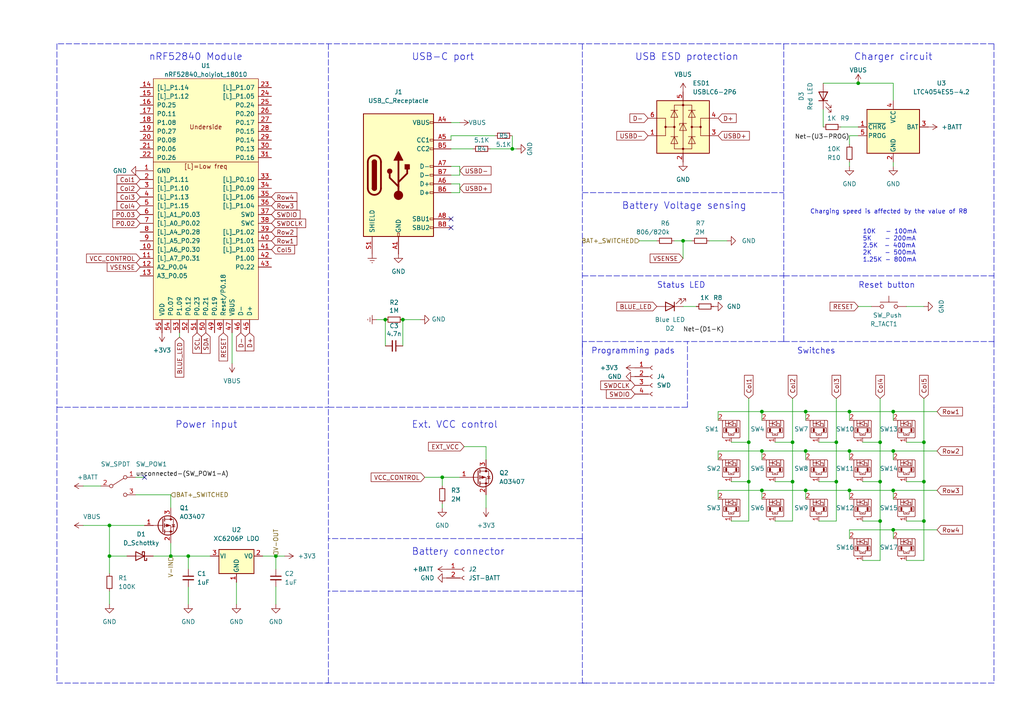
<source format=kicad_sch>
(kicad_sch (version 20211123) (generator eeschema)
  (paper "A4")
  (lib_symbols
    (symbol "Battery_Management:LTC4054ES5-4.2" (pin_names (offset 0.254))
      (property "Reference" "U" (at -5.842 6.604 0))
      (property "Value" "LTC4054ES5-4.2" (at 1.524 6.604 0))
      (symbol "LTC4054ES5-4.2_1_1"
        (pin open_collector line (at -10.16 0 0) (length 2.54) (name "~{CHRG}") (number "1"))
        (pin power_in line (at 0 -10.16 90) (length 2.54) (name "GND") (number "2"))
        (pin power_out line (at 10.16 0 180) (length 2.54) (name "BAT") (number "3"))
        (pin power_in line (at 0 7.62 270) (length 2.54) (name "VCC") (number "4"))
        (pin bidirectional line (at -10.16 -2.54 0) (length 2.54) (name "PROG") (number "5"))
      )
    )
    (symbol "Connector:Conn_01x02_Female" (pin_names (offset 1.016) hide)
      (property "Reference" "J" (at 0 2.54 0))
      (property "Value" "Conn_01x02_Female" (at 0 -5.08 0))
      (symbol "Conn_01x02_Female_1_1"
        (pin passive line (at -5.08 0 0) (length 3.81) (name "Pin_1") (number "1"))
        (pin passive line (at -5.08 -2.54 0) (length 3.81) (name "Pin_2") (number "2"))
      )
    )
    (symbol "Connector:Conn_01x04_Female" (pin_names (offset 1.016) hide)
      (property "Reference" "J" (at 0 5.08 0))
      (property "Value" "Conn_01x04_Female" (at 0 -7.62 0))
      (symbol "Conn_01x04_Female_1_1"
        (pin passive line (at -5.08 2.54 0) (length 3.81) (name "Pin_1") (number "1"))
        (pin passive line (at -5.08 0 0) (length 3.81) (name "Pin_2") (number "2"))
        (pin passive line (at -5.08 -2.54 0) (length 3.81) (name "Pin_3") (number "3"))
        (pin passive line (at -5.08 -5.08 0) (length 3.81) (name "Pin_4") (number "4"))
      )
    )
    (symbol "Connector:USB_C_Receptacle_USB2.0" (pin_names (offset 1.016))
      (property "Reference" "J" (at -10.16 19.05 0))
      (property "Value" "USB_C_Receptacle_USB2.0" (at 19.05 19.05 0))
      (symbol "USB_C_Receptacle_USB2.0_1_1"
        (pin passive line (at 0 -22.86 90) (length 5.08) (name "GND") (number "A1"))
        (pin passive line (at 0 -22.86 90) (length 5.08) hide (name "GND") (number "A12"))
        (pin passive line (at 15.24 15.24 180) (length 5.08) (name "VBUS") (number "A4"))
        (pin bidirectional line (at 15.24 10.16 180) (length 5.08) (name "CC1") (number "A5"))
        (pin bidirectional line (at 15.24 -2.54 180) (length 5.08) (name "D+") (number "A6"))
        (pin bidirectional line (at 15.24 2.54 180) (length 5.08) (name "D-") (number "A7"))
        (pin bidirectional line (at 15.24 -12.7 180) (length 5.08) (name "SBU1") (number "A8"))
        (pin passive line (at 15.24 15.24 180) (length 5.08) hide (name "VBUS") (number "A9"))
        (pin passive line (at 0 -22.86 90) (length 5.08) hide (name "GND") (number "B1"))
        (pin passive line (at 0 -22.86 90) (length 5.08) hide (name "GND") (number "B12"))
        (pin passive line (at 15.24 15.24 180) (length 5.08) hide (name "VBUS") (number "B4"))
        (pin bidirectional line (at 15.24 7.62 180) (length 5.08) (name "CC2") (number "B5"))
        (pin bidirectional line (at 15.24 -5.08 180) (length 5.08) (name "D+") (number "B6"))
        (pin bidirectional line (at 15.24 0 180) (length 5.08) (name "D-") (number "B7"))
        (pin bidirectional line (at 15.24 -15.24 180) (length 5.08) (name "SBU2") (number "B8"))
        (pin passive line (at 15.24 15.24 180) (length 5.08) hide (name "VBUS") (number "B9"))
        (pin passive line (at -7.62 -22.86 90) (length 5.08) (name "SHIELD") (number "S1"))
      )
    )
    (symbol "Device:C_Small" (pin_numbers hide) (pin_names (offset 0.254) hide)
      (property "Reference" "C" (at 0.254 1.778 0))
      (property "Value" "C_Small" (at 0.254 -2.032 0))
      (symbol "C_Small_1_1"
        (pin passive line (at 0 2.54 270) (length 2.032) (name "~") (number "1"))
        (pin passive line (at 0 -2.54 90) (length 2.032) (name "~") (number "2"))
      )
    )
    (symbol "Device:D_Schottky" (pin_numbers hide) (pin_names (offset 1.016) hide)
      (property "Reference" "D" (at 0 2.54 0))
      (property "Value" "D_Schottky" (at 0 -2.54 0))
      (symbol "D_Schottky_1_1"
        (pin passive line (at -3.81 0 0) (length 2.54) (name "K") (number "1"))
        (pin passive line (at 3.81 0 180) (length 2.54) (name "A") (number "2"))
      )
    )
    (symbol "Device:LED" (pin_numbers hide) (pin_names (offset 1.016) hide)
      (property "Reference" "D" (at 0 2.54 0))
      (property "Value" "LED" (at 0 -2.54 0))
      (symbol "LED_1_1"
        (pin passive line (at -3.81 0 0) (length 2.54) (name "K") (number "1"))
        (pin passive line (at 3.81 0 180) (length 2.54) (name "A") (number "2"))
      )
    )
    (symbol "Device:R_Small" (pin_numbers hide) (pin_names (offset 0.254) hide)
      (property "Reference" "R" (at 0.762 0.508 0))
      (property "Value" "R_Small" (at 0.762 -1.016 0))
      (symbol "R_Small_1_1"
        (pin passive line (at 0 2.54 270) (length 0.762) (name "~") (number "1"))
        (pin passive line (at 0 -2.54 90) (length 0.762) (name "~") (number "2"))
      )
    )
    (symbol "Power_Protection:USBLC6-2P6" (pin_names hide)
      (property "Reference" "U" (at 2.54 8.89 0))
      (property "Value" "USBLC6-2P6" (at 2.54 -8.89 0))
      (symbol "USBLC6-2P6_1_1"
        (pin passive line (at -10.16 -2.54 0) (length 2.54) (name "I/O1") (number "1"))
        (pin passive line (at 0 -10.16 90) (length 2.54) (name "GND") (number "2"))
        (pin passive line (at 10.16 -2.54 180) (length 2.54) (name "I/O2") (number "3"))
        (pin passive line (at 10.16 2.54 180) (length 2.54) (name "I/O2") (number "4"))
        (pin passive line (at 0 10.16 270) (length 2.54) (name "VBUS") (number "5"))
        (pin passive line (at -10.16 2.54 0) (length 2.54) (name "I/O1") (number "6"))
      )
    )
    (symbol "Switch:SW_Push" (pin_numbers hide) (pin_names (offset 1.016) hide)
      (property "Reference" "SW" (at 1.27 2.54 0))
      (property "Value" "SW_Push" (at 0 -1.524 0))
      (symbol "SW_Push_0_1"
        (pin passive line (at -5.08 0 0) (length 2.54) (name "1") (number "1"))
        (pin passive line (at 5.08 0 180) (length 2.54) (name "2") (number "2"))
      )
    )
    (symbol "Switch:SW_SPDT" (pin_names (offset 0) hide)
      (property "Reference" "SW" (at 0 4.318 0))
      (property "Value" "SW_SPDT" (at 0 -5.08 0))
      (symbol "SW_SPDT_1_1"
        (pin passive line (at 5.08 2.54 180) (length 2.54) (name "A") (number "1"))
        (pin passive line (at -5.08 0 0) (length 2.54) (name "B") (number "2"))
        (pin passive line (at 5.08 -2.54 180) (length 2.54) (name "C") (number "3"))
      )
    )
    (symbol "Transistor_FET:AO3401A" (pin_names hide)
      (property "Reference" "Q" (at 5.08 1.905 0))
      (property "Value" "AO3401A" (at 5.08 0 0))
      (symbol "AO3401A_1_1"
        (pin input line (at -5.08 0 0) (length 2.54) (name "G") (number "1"))
        (pin passive line (at 2.54 -5.08 90) (length 2.54) (name "S") (number "2"))
        (pin passive line (at 2.54 5.08 270) (length 2.54) (name "D") (number "3"))
      )
    )
    (symbol "kicad-keyboard-parts:XC6206PxxxMR-Regulator_Linear" (pin_names (offset 0.254))
      (property "Reference" "U" (at -3.81 3.175 0))
      (property "Value" "XC6206PxxxMR-Regulator_Linear" (at 0 3.175 0))
      (property "LCSC" "C5446" (at 0 0 0))
      (symbol "XC6206PxxxMR-Regulator_Linear_1_1"
        (pin power_in line (at 0 -7.62 90) (length 2.54) (name "GND") (number "1"))
        (pin power_out line (at 7.62 0 180) (length 2.54) (name "VO") (number "2"))
        (pin power_in line (at -7.62 0 0) (length 2.54) (name "VI") (number "3"))
      )
    )
    (symbol "kleeb-mcu:holyiot-18010" (pin_names (offset 1.016))
      (property "Reference" "U" (at 0 43.18 0))
      (property "Value" "holyiot-18010" (at 0 40.64 0))
      (symbol "holyiot-18010_0_0"
        (text "[L]=Low freq" (at 0 13.97 0) (effects (font (size 1.27 1.27))))
        (text "Underside" (at 0 25.4 0) (effects (font (size 1.27 1.27))))
      )
      (symbol "holyiot-18010_1_1"
        (pin power_in line (at -19.05 12.7 0) (length 3.81) (name "GND") (number "1"))
        (pin bidirectional line (at -19.05 -10.16 0) (length 3.81) (name "[L]_A6_P0.30") (number "10"))
        (pin bidirectional line (at -19.05 -12.7 0) (length 3.81) (name "[L]_A7_P0.31") (number "11"))
        (pin bidirectional line (at -19.05 -15.24 0) (length 3.81) (name "A2_P0.04") (number "12"))
        (pin bidirectional line (at -19.05 -17.78 0) (length 3.81) (name "A3_P0.05") (number "13"))
        (pin bidirectional line (at -19.05 36.83 0) (length 3.81) (name "[L]_P1.14") (number "14"))
        (pin bidirectional line (at -19.05 34.29 0) (length 3.81) (name "[L]_P1.12") (number "15"))
        (pin bidirectional line (at -19.05 31.75 0) (length 3.81) (name "P0.25") (number "16"))
        (pin bidirectional line (at -19.05 29.21 0) (length 3.81) (name "P0.11") (number "17"))
        (pin bidirectional line (at -19.05 26.67 0) (length 3.81) (name "P1.08") (number "18"))
        (pin bidirectional line (at -19.05 24.13 0) (length 3.81) (name "P0.27") (number "19"))
        (pin bidirectional line (at -19.05 10.16 0) (length 3.81) (name "[L]_P1.11") (number "2"))
        (pin bidirectional line (at -19.05 21.59 0) (length 3.81) (name "P0.08") (number "20"))
        (pin bidirectional line (at -19.05 19.05 0) (length 3.81) (name "P0.06") (number "21"))
        (pin bidirectional line (at -19.05 16.51 0) (length 3.81) (name "P0.26") (number "22"))
        (pin bidirectional line (at 19.05 36.83 180) (length 3.81) (name "[L]_P1.07") (number "23"))
        (pin bidirectional line (at 19.05 34.29 180) (length 3.81) (name "[L]_P1.05") (number "24"))
        (pin bidirectional line (at 19.05 31.75 180) (length 3.81) (name "P0.24") (number "25"))
        (pin bidirectional line (at 19.05 29.21 180) (length 3.81) (name "P0.20") (number "26"))
        (pin bidirectional line (at 19.05 26.67 180) (length 3.81) (name "P0.17") (number "27"))
        (pin bidirectional line (at 19.05 24.13 180) (length 3.81) (name "P0.15") (number "28"))
        (pin bidirectional line (at 19.05 21.59 180) (length 3.81) (name "P0.14") (number "29"))
        (pin bidirectional line (at -19.05 7.62 0) (length 3.81) (name "[L]_P1.10") (number "3"))
        (pin bidirectional line (at 19.05 19.05 180) (length 3.81) (name "P0.13") (number "30"))
        (pin bidirectional line (at 19.05 16.51 180) (length 3.81) (name "P0.16") (number "31"))
        (pin power_in line (at -19.05 12.7 0) (length 3.81) hide (name "GND") (number "32"))
        (pin bidirectional line (at 19.05 10.16 180) (length 3.81) (name "[L]_P0.10") (number "33"))
        (pin bidirectional line (at 19.05 7.62 180) (length 3.81) (name "[L]_P0.09") (number "34"))
        (pin bidirectional line (at 19.05 5.08 180) (length 3.81) (name "[L]_P1.06") (number "35"))
        (pin bidirectional line (at 19.05 2.54 180) (length 3.81) (name "[L]_P1.04") (number "36"))
        (pin input line (at 19.05 0 180) (length 3.81) (name "SWD") (number "37"))
        (pin bidirectional line (at 19.05 -2.54 180) (length 3.81) (name "SWC") (number "38"))
        (pin bidirectional line (at 19.05 -5.08 180) (length 3.81) (name "[L]_P1.02") (number "39"))
        (pin bidirectional line (at -19.05 5.08 0) (length 3.81) (name "[L]_P1.13") (number "4"))
        (pin bidirectional line (at 19.05 -7.62 180) (length 3.81) (name "[L]_P1.01") (number "40"))
        (pin bidirectional line (at 19.05 -10.16 180) (length 3.81) (name "[L]_P1.03") (number "41"))
        (pin bidirectional line (at 19.05 -12.7 180) (length 3.81) (name "P1.00") (number "42"))
        (pin bidirectional line (at 19.05 -15.24 180) (length 3.81) (name "P0.22") (number "43"))
        (pin power_in line (at -19.05 12.7 0) (length 3.81) hide (name "GND") (number "44"))
        (pin bidirectional line (at 12.7 -34.29 90) (length 3.81) (name "D+") (number "45"))
        (pin bidirectional line (at 10.16 -34.29 90) (length 3.81) (name "D-") (number "46"))
        (pin power_in line (at 7.62 -34.29 90) (length 3.81) (name "VBUS") (number "47"))
        (pin bidirectional line (at 5.08 -34.29 90) (length 3.81) (name "Reset/P0.18") (number "48"))
        (pin bidirectional line (at 2.54 -34.29 90) (length 3.81) (name "P0.19") (number "49"))
        (pin bidirectional line (at -19.05 2.54 0) (length 3.81) (name "[L]_P1.15") (number "5"))
        (pin bidirectional line (at 0 -34.29 90) (length 3.81) (name "P0.21") (number "50"))
        (pin bidirectional line (at -2.54 -34.29 90) (length 3.81) (name "P0.23") (number "51"))
        (pin bidirectional line (at -5.08 -34.29 90) (length 3.81) (name "P0.12") (number "52"))
        (pin bidirectional line (at -7.62 -34.29 90) (length 3.81) (name "P1.09") (number "53"))
        (pin bidirectional line (at -10.16 -34.29 90) (length 3.81) (name "P0.07") (number "54"))
        (pin power_in line (at -12.7 -34.29 90) (length 3.81) (name "VDD") (number "55"))
        (pin bidirectional line (at -19.05 0 0) (length 3.81) (name "[L]_A1_P0.03") (number "6"))
        (pin bidirectional line (at -19.05 -2.54 0) (length 3.81) (name "[L]_A0_P0.02") (number "7"))
        (pin bidirectional line (at -19.05 -5.08 0) (length 3.81) (name "[L]_A4_P0.28") (number "8"))
        (pin bidirectional line (at -19.05 -7.62 0) (length 3.81) (name "[L]_A5_P0.29") (number "9"))
      )
    )
    (symbol "kleeb-switches:diode-choc" (pin_names (offset 1.016))
      (property "Reference" "K" (at 0 3.81 0))
      (symbol "diode-choc_1_1"
        (pin input line (at 0 -3.81 90) (length 1.27) (name "~") (number "1"))
        (pin output line (at -3.81 2.54 0) (length 1.27) (name "~") (number "2"))
      )
    )
    (symbol "power:+3.3V" (power) (pin_names (offset 0))
      (property "Value" "+3.3V" (at 0 3.556 0))
      (symbol "+3.3V_1_1"
        (pin power_in line (at 0 0 90) (length 0) hide (name "+3V3") (number "1"))
      )
    )
    (symbol "power:+BATT" (power) (pin_names (offset 0))
      (property "Value" "+BATT" (at 0 3.556 0))
      (symbol "+BATT_1_1"
        (pin power_in line (at 0 0 90) (length 0) hide (name "+BATT") (number "1"))
      )
    )
    (symbol "power:Earth" (power) (pin_names (offset 0))
      (symbol "Earth_1_1"
        (pin power_in line (at 0 0 270) (length 0) hide (name "Earth") (number "1"))
      )
    )
    (symbol "power:GND" (power) (pin_names (offset 0))
      (property "Value" "GND" (at 0 -3.81 0))
      (symbol "GND_1_1"
        (pin power_in line (at 0 0 270) (length 0) hide (name "GND") (number "1"))
      )
    )
    (symbol "power:VBUS" (power) (pin_names (offset 0))
      (property "Value" "VBUS" (at 0 3.81 0))
      (symbol "VBUS_1_1"
        (pin power_in line (at 0 0 90) (length 0) hide (name "VBUS") (number "1"))
      )
    )
  )
  (junction (at 246.38 142.24))
  (junction (at 267.97 151.13))
  (junction (at 54.61 161.29))
  (junction (at 80.01 161.29))
  (junction (at 246.38 119.38))
  (junction (at 246.38 130.81))
  (junction (at 217.17 128.27))
  (junction (at 128.27 138.43))
  (junction (at 259.08 119.38))
  (junction (at 255.27 151.13))
  (junction (at 229.87 128.27))
  (junction (at 233.68 142.24))
  (junction (at 198.12 69.85))
  (junction (at 259.08 153.67))
  (junction (at 220.98 142.24))
  (junction (at 220.98 130.81))
  (junction (at 148.59 43.18))
  (junction (at 111.76 92.71))
  (junction (at 248.92 24.13))
  (junction (at 31.75 152.4))
  (junction (at 267.97 139.7))
  (junction (at 233.68 119.38))
  (junction (at 255.27 139.7))
  (junction (at 217.17 139.7))
  (junction (at 242.57 128.27))
  (junction (at 242.57 139.7))
  (junction (at 31.75 161.29))
  (junction (at 220.98 119.38))
  (junction (at 267.97 128.27))
  (junction (at 259.08 130.81))
  (junction (at 233.68 130.81))
  (junction (at 259.08 142.24))
  (junction (at 229.87 139.7))
  (junction (at 49.53 161.29))
  (junction (at 255.27 128.27))
  (junction (at 116.84 92.71))
  (no_connect (at 41.91 138.43))
  (no_connect (at 130.81 66.04))
  (no_connect (at 130.81 63.5))
  (wire (pts (xy 24.13 152.4) (xy 31.75 152.4)))
  (wire (pts (xy 111.76 92.71) (xy 111.76 100.33)))
  (wire (pts (xy 205.74 69.85) (xy 210.82 69.85)))
  (wire (pts (xy 39.37 143.51) (xy 49.53 143.51)))
  (wire (pts (xy 44.45 161.29) (xy 49.53 161.29)))
  (wire (pts (xy 237.49 139.7) (xy 242.57 139.7)))
  (polyline (pts (xy 227.33 99.06) (xy 168.91 99.06)))
  (wire (pts (xy 233.68 119.38) (xy 233.68 121.92)))
  (polyline (pts (xy 288.29 99.06) (xy 288.29 118.11)))
  (wire (pts (xy 259.08 153.67) (xy 259.08 156.21)))
  (wire (pts (xy 233.68 130.81) (xy 233.68 133.35)))
  (wire (pts (xy 246.38 119.38) (xy 246.38 121.92)))
  (wire (pts (xy 246.38 130.81) (xy 259.08 130.81)))
  (wire (pts (xy 243.84 36.83) (xy 248.92 36.83)))
  (wire (pts (xy 229.87 115.57) (xy 229.87 128.27)))
  (polyline (pts (xy 168.91 118.11) (xy 168.91 156.21)))
  (wire (pts (xy 217.17 128.27) (xy 217.17 139.7)))
  (wire (pts (xy 233.68 142.24) (xy 246.38 142.24)))
  (wire (pts (xy 148.59 39.37) (xy 148.59 43.18)))
  (wire (pts (xy 255.27 151.13) (xy 255.27 162.56)))
  (wire (pts (xy 267.97 115.57) (xy 267.97 128.27)))
  (wire (pts (xy 54.61 161.29) (xy 60.96 161.29)))
  (wire (pts (xy 238.76 24.13) (xy 248.92 24.13)))
  (wire (pts (xy 217.17 115.57) (xy 217.17 128.27)))
  (polyline (pts (xy 227.33 80.01) (xy 288.29 80.01)))
  (polyline (pts (xy 168.91 171.45) (xy 168.91 198.12)))
  (wire (pts (xy 259.08 142.24) (xy 271.78 142.24)))
  (polyline (pts (xy 227.33 99.06) (xy 288.29 99.06)))
  (wire (pts (xy 208.28 130.81) (xy 220.98 130.81)))
  (wire (pts (xy 246.38 46.99) (xy 246.38 48.26)))
  (wire (pts (xy 242.57 115.57) (xy 242.57 128.27)))
  (polyline (pts (xy 168.91 156.21) (xy 168.91 171.45)))
  (wire (pts (xy 259.08 48.26) (xy 259.08 46.99)))
  (wire (pts (xy 248.92 88.9) (xy 252.73 88.9)))
  (wire (pts (xy 267.97 128.27) (xy 267.97 139.7)))
  (wire (pts (xy 237.49 128.27) (xy 242.57 128.27)))
  (wire (pts (xy 208.28 142.24) (xy 220.98 142.24)))
  (wire (pts (xy 248.92 24.13) (xy 259.08 24.13)))
  (polyline (pts (xy 95.25 198.12) (xy 95.25 118.11)))
  (wire (pts (xy 130.81 50.8) (xy 133.35 50.8)))
  (polyline (pts (xy 168.91 80.01) (xy 227.33 80.01)))
  (wire (pts (xy 49.53 161.29) (xy 54.61 161.29)))
  (wire (pts (xy 217.17 139.7) (xy 217.17 151.13)))
  (wire (pts (xy 80.01 161.29) (xy 82.55 161.29)))
  (wire (pts (xy 242.57 128.27) (xy 242.57 139.7)))
  (polyline (pts (xy 168.91 198.12) (xy 170.18 198.12)))
  (wire (pts (xy 148.59 43.18) (xy 142.24 43.18)))
  (wire (pts (xy 267.97 151.13) (xy 267.97 162.56)))
  (wire (pts (xy 130.81 53.34) (xy 133.35 53.34)))
  (wire (pts (xy 39.37 138.43) (xy 41.91 138.43)))
  (wire (pts (xy 250.19 162.56) (xy 255.27 162.56)))
  (wire (pts (xy 195.58 69.85) (xy 198.12 69.85)))
  (polyline (pts (xy 288.29 118.11) (xy 288.29 198.12)))
  (polyline (pts (xy 168.91 12.7) (xy 168.91 118.11)))
  (wire (pts (xy 220.98 119.38) (xy 233.68 119.38)))
  (wire (pts (xy 262.89 139.7) (xy 267.97 139.7)))
  (wire (pts (xy 262.89 128.27) (xy 267.97 128.27)))
  (wire (pts (xy 246.38 142.24) (xy 246.38 144.78)))
  (wire (pts (xy 246.38 153.67) (xy 259.08 153.67)))
  (polyline (pts (xy 16.51 12.7) (xy 16.51 118.11)))
  (wire (pts (xy 134.62 129.54) (xy 140.97 129.54)))
  (wire (pts (xy 31.75 161.29) (xy 31.75 166.37)))
  (wire (pts (xy 250.19 151.13) (xy 255.27 151.13)))
  (wire (pts (xy 208.28 142.24) (xy 208.28 144.78)))
  (wire (pts (xy 220.98 130.81) (xy 233.68 130.81)))
  (wire (pts (xy 49.53 147.32) (xy 49.53 143.51)))
  (wire (pts (xy 229.87 139.7) (xy 229.87 151.13)))
  (wire (pts (xy 198.12 69.85) (xy 198.12 74.93)))
  (wire (pts (xy 123.19 138.43) (xy 128.27 138.43)))
  (wire (pts (xy 233.68 119.38) (xy 246.38 119.38)))
  (polyline (pts (xy 199.39 118.11) (xy 168.91 118.11)))
  (wire (pts (xy 130.81 35.56) (xy 133.35 35.56)))
  (polyline (pts (xy 95.25 12.7) (xy 95.25 118.11)))
  (polyline (pts (xy 168.91 156.21) (xy 95.25 156.21)))
  (wire (pts (xy 259.08 119.38) (xy 271.78 119.38)))
  (wire (pts (xy 133.35 53.34) (xy 133.35 55.88)))
  (polyline (pts (xy 227.33 12.7) (xy 227.33 99.06)))
  (wire (pts (xy 54.61 170.18) (xy 54.61 175.26)))
  (polyline (pts (xy 16.51 118.11) (xy 16.51 198.12)))
  (polyline (pts (xy 199.39 118.11) (xy 199.39 99.06)))
  (wire (pts (xy 224.79 151.13) (xy 229.87 151.13)))
  (wire (pts (xy 259.08 130.81) (xy 271.78 130.81)))
  (wire (pts (xy 242.57 139.7) (xy 242.57 151.13)))
  (wire (pts (xy 208.28 130.81) (xy 208.28 133.35)))
  (wire (pts (xy 212.09 128.27) (xy 217.17 128.27)))
  (wire (pts (xy 31.75 152.4) (xy 41.91 152.4)))
  (wire (pts (xy 212.09 139.7) (xy 217.17 139.7)))
  (wire (pts (xy 220.98 142.24) (xy 233.68 142.24)))
  (wire (pts (xy 255.27 128.27) (xy 255.27 139.7)))
  (wire (pts (xy 148.59 43.18) (xy 149.86 43.18)))
  (wire (pts (xy 140.97 129.54) (xy 140.97 133.35)))
  (wire (pts (xy 233.68 142.24) (xy 233.68 144.78)))
  (wire (pts (xy 224.79 139.7) (xy 229.87 139.7)))
  (polyline (pts (xy 168.91 171.45) (xy 95.25 171.45)))
  (wire (pts (xy 128.27 138.43) (xy 133.35 138.43)))
  (wire (pts (xy 116.84 100.33) (xy 116.84 92.71)))
  (wire (pts (xy 246.38 142.24) (xy 259.08 142.24)))
  (wire (pts (xy 229.87 128.27) (xy 229.87 139.7)))
  (wire (pts (xy 259.08 142.24) (xy 259.08 144.78)))
  (wire (pts (xy 262.89 162.56) (xy 267.97 162.56)))
  (wire (pts (xy 68.58 168.91) (xy 68.58 175.26)))
  (wire (pts (xy 246.38 119.38) (xy 259.08 119.38)))
  (wire (pts (xy 140.97 147.32) (xy 140.97 143.51)))
  (wire (pts (xy 259.08 130.81) (xy 259.08 133.35)))
  (wire (pts (xy 259.08 153.67) (xy 271.78 153.67)))
  (wire (pts (xy 262.89 151.13) (xy 267.97 151.13)))
  (wire (pts (xy 208.28 119.38) (xy 220.98 119.38)))
  (polyline (pts (xy 16.51 198.12) (xy 95.25 198.12)))
  (wire (pts (xy 246.38 130.81) (xy 246.38 133.35)))
  (wire (pts (xy 250.19 139.7) (xy 255.27 139.7)))
  (wire (pts (xy 128.27 147.32) (xy 128.27 146.05)))
  (wire (pts (xy 238.76 31.75) (xy 238.76 36.83)))
  (wire (pts (xy 220.98 119.38) (xy 220.98 121.92)))
  (wire (pts (xy 67.31 96.52) (xy 67.31 105.41)))
  (wire (pts (xy 248.92 39.37) (xy 246.38 39.37)))
  (wire (pts (xy 185.42 69.85) (xy 190.5 69.85)))
  (wire (pts (xy 116.84 92.71) (xy 121.92 92.71)))
  (polyline (pts (xy 288.29 198.12) (xy 93.98 198.12)))
  (wire (pts (xy 259.08 119.38) (xy 259.08 121.92)))
  (wire (pts (xy 237.49 151.13) (xy 242.57 151.13)))
  (wire (pts (xy 143.51 39.37) (xy 130.81 39.37)))
  (wire (pts (xy 255.27 115.57) (xy 255.27 128.27)))
  (polyline (pts (xy 95.25 118.11) (xy 168.91 118.11)))
  (wire (pts (xy 29.21 140.97) (xy 24.13 140.97)))
  (wire (pts (xy 52.07 96.52) (xy 52.07 97.79)))
  (wire (pts (xy 31.75 152.4) (xy 31.75 161.29)))
  (wire (pts (xy 198.12 88.9) (xy 201.93 88.9)))
  (wire (pts (xy 109.22 92.71) (xy 111.76 92.71)))
  (wire (pts (xy 246.38 153.67) (xy 246.38 156.21)))
  (wire (pts (xy 267.97 139.7) (xy 267.97 151.13)))
  (polyline (pts (xy 288.29 12.7) (xy 16.51 12.7)))
  (wire (pts (xy 246.38 39.37) (xy 246.38 41.91)))
  (wire (pts (xy 233.68 130.81) (xy 246.38 130.81)))
  (wire (pts (xy 250.19 128.27) (xy 255.27 128.27)))
  (wire (pts (xy 130.81 39.37) (xy 130.81 40.64)))
  (wire (pts (xy 80.01 161.29) (xy 80.01 165.1)))
  (wire (pts (xy 130.81 55.88) (xy 133.35 55.88)))
  (wire (pts (xy 128.27 138.43) (xy 128.27 140.97)))
  (wire (pts (xy 224.79 128.27) (xy 229.87 128.27)))
  (wire (pts (xy 220.98 130.81) (xy 220.98 133.35)))
  (wire (pts (xy 130.81 43.18) (xy 137.16 43.18)))
  (wire (pts (xy 76.2 161.29) (xy 80.01 161.29)))
  (polyline (pts (xy 16.51 118.11) (xy 95.25 118.11)))
  (wire (pts (xy 262.89 88.9) (xy 267.97 88.9)))
  (polyline (pts (xy 168.91 99.06) (xy 168.91 102.87)))
  (wire (pts (xy 208.28 119.38) (xy 208.28 121.92)))
  (wire (pts (xy 259.08 24.13) (xy 259.08 29.21)))
  (wire (pts (xy 130.81 48.26) (xy 133.35 48.26)))
  (wire (pts (xy 80.01 170.18) (xy 80.01 175.26)))
  (wire (pts (xy 49.53 157.48) (xy 49.53 161.29)))
  (wire (pts (xy 31.75 175.26) (xy 31.75 171.45)))
  (wire (pts (xy 133.35 48.26) (xy 133.35 50.8)))
  (polyline (pts (xy 288.29 99.06) (xy 288.29 12.7)))
  (wire (pts (xy 31.75 161.29) (xy 36.83 161.29)))
  (wire (pts (xy 255.27 139.7) (xy 255.27 151.13)))
  (polyline (pts (xy 168.91 55.88) (xy 227.33 55.88)))
  (wire (pts (xy 54.61 161.29) (xy 54.61 165.1)))
  (wire (pts (xy 220.98 142.24) (xy 220.98 144.78)))
  (wire (pts (xy 198.12 69.85) (xy 200.66 69.85)))
  (wire (pts (xy 212.09 151.13) (xy 217.17 151.13)))
  (text "Programming pads" (at 171.45 102.87 0) (effects (font (size 1.7 1.7)) (justify left bottom)))
  (text "Ext. VCC control" (at 119.38 124.46 0) (effects (font (size 2 2)) (justify left bottom)))
  (text "Status LED" (at 190.5 83.82 0) (effects (font (size 1.7 1.7)) (justify left bottom)))
  (text "Battery Voltage sensing" (at 180.34 60.96 0) (effects (font (size 2 2)) (justify left bottom)))
  (text "nRF52840 Module" (at 43.18 17.78 0) (effects (font (size 2 2)) (justify left bottom)))
  (text "Switches" (at 231.14 102.87 0) (effects (font (size 1.7 1.7)) (justify left bottom)))
  (text "USB-C port" (at 119.38 17.78 0) (effects (font (size 2 2)) (justify left bottom)))
  (text "Charger circuit" (at 247.65 17.78 0) (effects (font (size 2 2)) (justify left bottom)))
  (text "Reset button" (at 248.92 83.82 0) (effects (font (size 1.7 1.7)) (justify left bottom)))
  (text "Charging speed is affected by the value of R8" (at 234.95 62.23 0) (effects (font (size 1.27 1.27)) (justify left bottom)))
  (text "Battery connector" (at 119.38 161.29 0) (effects (font (size 2 2)) (justify left bottom)))
  (text "Power input" (at 50.8 124.46 0) (effects (font (size 2 2)) (justify left bottom)))
  (text "10K   - 100mA\n5K    - 200mA\n2.5K  - 400mA\n2K    - 500mA\n1.25K - 800mA" (at 250.19 76.2 0) (effects (font (size 1.27 1.27)) (justify left bottom)))
  (text "USB ESD protection" (at 184.15 17.78 0) (effects (font (size 2 2)) (justify left bottom)))
  (label "Net-(U3-PROG)" (at 246.38 40.64 180))
  (label "unconnected-(SW_POW1-A)" (at 39.37 138.43 0))
  (label "Net-(D1-K)" (at 198.12 96.52 0))
  (global_label "D+" (shape input) (at 72.39 96.52 270) (property "Intersheet References" "${INTERSHEET_REFS}" (effects hide)))
  (global_label "EXT_VCC" (shape input) (at 134.62 129.54 180) (property "Intersheet References" "${INTERSHEET_REFS}" (effects hide)))
  (global_label "BLUE_LED" (shape input) (at 52.07 97.79 270) (property "Intersheet References" "${INTERSHEET_REFS}" (effects hide)))
  (global_label "SDA" (shape input) (at 59.69 96.52 270) (property "Intersheet References" "${INTERSHEET_REFS}" (effects hide)))
  (global_label "USBD-" (shape input) (at 133.35 49.53 0) (property "Intersheet References" "${INTERSHEET_REFS}" (effects hide)))
  (global_label "Row4" (shape input) (at 271.78 153.67 0) (property "Intersheet References" "${INTERSHEET_REFS}" (effects hide)))
  (global_label "Row1" (shape input) (at 271.78 119.38 0) (property "Intersheet References" "${INTERSHEET_REFS}" (effects hide)))
  (global_label "BLUE_LED" (shape input) (at 190.5 88.9 180) (property "Intersheet References" "${INTERSHEET_REFS}" (effects hide)))
  (global_label "Row2" (shape input) (at 78.74 67.31 0) (property "Intersheet References" "${INTERSHEET_REFS}" (effects hide)))
  (global_label "P0.03" (shape input) (at 40.64 62.23 180) (property "Intersheet References" "${INTERSHEET_REFS}" (effects hide)))
  (global_label "SWDCLK" (shape input) (at 184.15 111.76 180) (property "Intersheet References" "${INTERSHEET_REFS}" (effects hide)))
  (global_label "Col4" (shape input) (at 40.64 59.69 180) (property "Intersheet References" "${INTERSHEET_REFS}" (effects hide)))
  (global_label "Col2" (shape input) (at 229.87 115.57 90) (property "Intersheet References" "${INTERSHEET_REFS}" (effects hide)))
  (global_label "SWDCLK" (shape input) (at 78.74 64.77 0) (property "Intersheet References" "${INTERSHEET_REFS}" (effects hide)))
  (global_label "Col1" (shape input) (at 40.64 52.07 180) (property "Intersheet References" "${INTERSHEET_REFS}" (effects hide)))
  (global_label "D+" (shape input) (at 208.28 34.29 0) (property "Intersheet References" "${INTERSHEET_REFS}" (effects hide)))
  (global_label "VCC_CONTROL" (shape input) (at 40.64 74.93 180) (property "Intersheet References" "${INTERSHEET_REFS}" (effects hide)))
  (global_label "Col3" (shape input) (at 40.64 57.15 180) (property "Intersheet References" "${INTERSHEET_REFS}" (effects hide)))
  (global_label "Col4" (shape input) (at 255.27 115.57 90) (property "Intersheet References" "${INTERSHEET_REFS}" (effects hide)))
  (global_label "Row1" (shape input) (at 78.74 69.85 0) (property "Intersheet References" "${INTERSHEET_REFS}" (effects hide)))
  (global_label "VSENSE" (shape input) (at 198.12 74.93 180) (property "Intersheet References" "${INTERSHEET_REFS}" (effects hide)))
  (global_label "Row4" (shape input) (at 78.74 57.15 0) (property "Intersheet References" "${INTERSHEET_REFS}" (effects hide)))
  (global_label "SWDIO" (shape input) (at 184.15 114.3 180) (property "Intersheet References" "${INTERSHEET_REFS}" (effects hide)))
  (global_label "USBD-" (shape input) (at 187.96 39.37 180) (property "Intersheet References" "${INTERSHEET_REFS}" (effects hide)))
  (global_label "RESET" (shape input) (at 248.92 88.9 180) (property "Intersheet References" "${INTERSHEET_REFS}" (effects hide)))
  (global_label "Col2" (shape input) (at 40.64 54.61 180) (property "Intersheet References" "${INTERSHEET_REFS}" (effects hide)))
  (global_label "Col1" (shape input) (at 217.17 115.57 90) (property "Intersheet References" "${INTERSHEET_REFS}" (effects hide)))
  (global_label "Row3" (shape input) (at 271.78 142.24 0) (property "Intersheet References" "${INTERSHEET_REFS}" (effects hide)))
  (global_label "D-" (shape input) (at 187.96 34.29 180) (property "Intersheet References" "${INTERSHEET_REFS}" (effects hide)))
  (global_label "Row3" (shape input) (at 78.74 59.69 0) (property "Intersheet References" "${INTERSHEET_REFS}" (effects hide)))
  (global_label "Col5" (shape input) (at 267.97 115.57 90) (property "Intersheet References" "${INTERSHEET_REFS}" (effects hide)))
  (global_label "Col3" (shape input) (at 242.57 115.57 90) (property "Intersheet References" "${INTERSHEET_REFS}" (effects hide)))
  (global_label "RESET" (shape input) (at 64.77 96.52 270) (property "Intersheet References" "${INTERSHEET_REFS}" (effects hide)))
  (global_label "USBD+" (shape input) (at 208.28 39.37 0) (property "Intersheet References" "${INTERSHEET_REFS}" (effects hide)))
  (global_label "Row2" (shape input) (at 271.78 130.81 0) (property "Intersheet References" "${INTERSHEET_REFS}" (effects hide)))
  (global_label "USBD+" (shape input) (at 133.35 54.61 0) (property "Intersheet References" "${INTERSHEET_REFS}" (effects hide)))
  (global_label "SCL" (shape input) (at 57.15 96.52 270) (property "Intersheet References" "${INTERSHEET_REFS}" (effects hide)))
  (global_label "Col5" (shape input) (at 78.74 72.39 0) (property "Intersheet References" "${INTERSHEET_REFS}" (effects hide)))
  (global_label "VCC_CONTROL" (shape input) (at 123.19 138.43 180) (property "Intersheet References" "${INTERSHEET_REFS}" (effects hide)))
  (global_label "P0.02" (shape input) (at 40.64 64.77 180) (property "Intersheet References" "${INTERSHEET_REFS}" (effects hide)))
  (global_label "D-" (shape input) (at 69.85 96.52 270) (property "Intersheet References" "${INTERSHEET_REFS}" (effects hide)))
  (global_label "SWDIO" (shape input) (at 78.74 62.23 0) (property "Intersheet References" "${INTERSHEET_REFS}" (effects hide)))
  (global_label "VSENSE" (shape input) (at 40.64 77.47 180) (property "Intersheet References" "${INTERSHEET_REFS}" (effects hide)))
  (hierarchical_label "V-OUT" (shape input) (at 80.01 161.29 90))
  (hierarchical_label "BAT+_SWITCHED" (shape input) (at 185.42 69.85 180))
  (hierarchical_label "BAT+_SWITCHED" (shape input) (at 49.53 143.51 0))
  (hierarchical_label "V-IN" (shape input) (at 49.53 161.29 270))
  (symbol (lib_id "Device:R_Small") (at 139.7 43.18 90) (mirror x) (unit 1)
    (property "Reference" "R4" (at 139.7 43.18 90))
    (property "Value" "5.1K" (at 139.7 40.64 90))
    (property "Footprint" "Resistor_SMD:R_0603_1608Metric" (effects hide))
  )
  (symbol (lib_id "kleeb-switches:diode-choc") (at 224.79 124.46 0) (unit 1)
    (property "Reference" "SW4" (at 219.71 124.46 0))
    (property "Value" "Choc" (effects hide))
    (property "Footprint" "kleeb-pg1350:pg1350-DR" (effects hide))
  )
  (symbol (lib_id "Transistor_FET:AO3401A") (at 138.43 138.43 0) (unit 1)
    (property "Reference" "Q2" (at 144.78 137.1599 0) (effects (justify left)))
    (property "Value" "AO3407" (at 144.78 139.6999 0) (effects (justify left)))
    (property "Footprint" "Package_TO_SOT_SMD:SOT-23" (effects hide))
    (property "Datasheet" "http://www.aosmd.com/pdfs/datasheet/AO3401A.pdf" (effects hide))
  )
  (symbol (lib_id "kleeb-switches:diode-choc") (at 224.79 135.89 0) (unit 1)
    (property "Reference" "SW5" (at 219.71 135.89 0))
    (property "Value" "Choc" (effects hide))
    (property "Footprint" "kleeb-pg1350:pg1350-DR" (effects hide))
  )
  (symbol (lib_id "power:VBUS") (at 198.12 26.67 0) (unit 1)
    (property "Reference" "#PWR0108" (effects hide))
    (property "Value" "VBUS" (at 198.12 21.59 0))
  )
  (symbol (lib_id "Connector:Conn_01x04_Female") (at 189.23 109.22 0) (unit 1)
    (property "Reference" "J4" (at 190.5 109.2199 0) (effects (justify left)))
    (property "Value" "SWD" (at 190.5 111.7599 0) (effects (justify left)))
    (property "Footprint" "Connector_PinSocket_2.00mm:PinSocket_1x04_P2.00mm_Vertical" (effects hide))
  )
  (symbol (lib_id "kleeb-switches:diode-choc") (at 262.89 147.32 0) (unit 1)
    (property "Reference" "SW15" (at 257.81 147.32 0))
    (property "Value" "Choc" (effects hide))
    (property "Footprint" "kleeb-pg1350:pg1350-DR" (effects hide))
  )
  (symbol (lib_id "Device:R_Small") (at 246.38 44.45 180) (unit 1)
    (property "Reference" "R10" (at 243.84 45.72 0) (effects (justify left)))
    (property "Value" "10K" (at 243.84 43.1801 0) (effects (justify left)))
    (property "Footprint" "Resistor_SMD:R_0603_1608Metric" (effects hide))
  )
  (symbol (lib_id "power:GND") (at 31.75 175.26 0) (unit 1)
    (property "Reference" "#PWR0129" (effects hide))
    (property "Value" "GND" (at 31.75 180.34 0))
  )
  (symbol (lib_id "Device:C_Small") (at 80.01 167.64 0) (unit 1)
    (property "Reference" "C2" (at 82.55 166.3762 0) (effects (justify left)))
    (property "Value" "1uF" (at 82.55 168.9162 0) (effects (justify left)))
    (property "Footprint" "Capacitor_SMD:C_0603_1608Metric" (effects hide))
  )
  (symbol (lib_id "Device:R_Small") (at 241.3 36.83 90) (unit 1)
    (property "Reference" "R9" (at 246.38 34.29 90) (effects (justify left)))
    (property "Value" "1K" (at 242.57 34.29 90) (effects (justify left)))
    (property "Footprint" "Resistor_SMD:R_0603_1608Metric" (effects hide))
  )
  (symbol (lib_id "kleeb-switches:diode-choc") (at 262.89 124.46 0) (unit 1)
    (property "Reference" "SW13" (at 257.81 124.46 0))
    (property "Value" "Choc" (effects hide))
    (property "Footprint" "kleeb-pg1350:pg1350-DR" (effects hide))
  )
  (symbol (lib_id "power:Earth") (at 107.95 73.66 0) (unit 1)
    (property "Reference" "#PWR0123" (effects hide))
    (property "Value" "Earth" (effects hide))
  )
  (symbol (lib_id "power:GND") (at 129.54 167.64 270) (unit 1)
    (property "Reference" "#PWR0141" (effects hide))
    (property "Value" "GND" (at 121.92 167.64 90) (effects (justify left)))
  )
  (symbol (lib_id "Device:R_Small") (at 128.27 143.51 0) (unit 1)
    (property "Reference" "R3" (at 130.81 142.24 0) (effects (justify left)))
    (property "Value" "2M" (at 130.81 144.7799 0) (effects (justify left)))
    (property "Footprint" "Resistor_SMD:R_0603_1608Metric" (effects hide))
  )
  (symbol (lib_id "power:+BATT") (at 24.13 140.97 90) (unit 1)
    (property "Reference" "#PWR0132" (effects hide))
    (property "Value" "+BATT" (at 25.4 138.43 90))
  )
  (symbol (lib_id "kleeb-switches:diode-choc") (at 250.19 158.75 0) (unit 1)
    (property "Reference" "SW16" (at 245.11 158.75 0))
    (property "Value" "Choc" (effects hide))
    (property "Footprint" "kleeb-pg1350:pg1350-DR" (effects hide))
  )
  (symbol (lib_id "power:VBUS") (at 67.31 105.41 0) (mirror x) (unit 1)
    (property "Reference" "#PWR0138" (effects hide))
    (property "Value" "VBUS" (at 67.31 110.49 0))
  )
  (symbol (lib_id "kleeb-mcu:holyiot-18010") (at 59.69 62.23 0) (unit 1)
    (property "Reference" "U1" (at 59.69 19.05 0))
    (property "Value" "nRF52840_holyiot_18010" (at 59.69 21.59 0))
    (property "Footprint" "kleeb-mcu:holyiot-18010" (effects hide))
    (property "Datasheet" "http://www.holyiot.com/tp/2019042516322180424.pdf" (effects hide))
  )
  (symbol (lib_id "power:Earth") (at 109.22 92.71 270) (unit 1)
    (property "Reference" "#PWR0122" (effects hide))
    (property "Value" "Earth" (effects hide))
  )
  (symbol (lib_id "Device:R_Small") (at 204.47 88.9 90) (unit 1)
    (property "Reference" "R8" (at 209.55 86.36 90) (effects (justify left)))
    (property "Value" "1K" (at 205.74 86.36 90) (effects (justify left)))
    (property "Footprint" "Resistor_SMD:R_0603_1608Metric" (effects hide))
  )
  (symbol (lib_id "power:VBUS") (at 24.13 152.4 90) (unit 1)
    (property "Reference" "#PWR0131" (effects hide))
    (property "Value" "VBUS" (at 29.21 149.86 90) (effects (justify left)))
  )
  (symbol (lib_id "power:GND") (at 184.15 109.22 270) (unit 1)
    (property "Reference" "#PWR0117" (effects hide))
    (property "Value" "GND" (at 180.34 109.2199 90) (effects (justify right)))
  )
  (symbol (lib_id "power:GND") (at 246.38 48.26 0) (unit 1)
    (property "Reference" "#PWR0104" (effects hide))
    (property "Value" "GND" (at 246.38 53.34 0))
  )
  (symbol (lib_id "power:+3.3V") (at 140.97 147.32 180) (unit 1)
    (property "Reference" "#PWR0139" (effects hide))
    (property "Value" "+3.3V" (at 140.97 152.4 0))
  )
  (symbol (lib_id "power:GND") (at 80.01 175.26 0) (unit 1)
    (property "Reference" "#PWR0127" (effects hide))
    (property "Value" "GND" (at 80.01 180.34 0))
  )
  (symbol (lib_id "power:GND") (at 210.82 69.85 90) (unit 1)
    (property "Reference" "#PWR0109" (effects hide))
    (property "Value" "GND" (at 217.17 69.85 90))
  )
  (symbol (lib_id "power:VBUS") (at 133.35 35.56 270) (unit 1)
    (property "Reference" "#PWR0126" (effects hide))
    (property "Value" "VBUS" (at 138.43 35.56 90))
  )
  (symbol (lib_id "Battery_Management:LTC4054ES5-4.2") (at 259.08 36.83 0) (unit 1)
    (property "Reference" "U3" (at 273.05 24.13 0))
    (property "Value" "LTC4054ES5-4.2" (at 273.05 26.67 0))
    (property "Footprint" "Package_TO_SOT_SMD:TSOT-23-5" (effects hide))
    (property "Datasheet" "https://www.analog.com/media/en/technical-documentation/data-sheets/405442xf.pdf" (effects hide))
  )
  (symbol (lib_id "kleeb-switches:diode-choc") (at 212.09 124.46 0) (unit 1)
    (property "Reference" "SW1" (at 204.47 124.46 0) (effects (justify left)))
    (property "Value" "Choc" (effects hide))
    (property "Footprint" "kleeb-pg1350:pg1350-DR" (effects hide))
  )
  (symbol (lib_id "Device:R_Small") (at 193.04 69.85 90) (unit 1)
    (property "Reference" "R6" (at 194.31 64.77 90) (effects (justify left)))
    (property "Value" "806/820k" (at 194.3099 67.31 90) (effects (justify left)))
    (property "Footprint" "Resistor_SMD:R_0603_1608Metric" (effects hide))
  )
  (symbol (lib_id "power:+3.3V") (at 82.55 161.29 270) (unit 1)
    (property "Reference" "#PWR0133" (effects hide))
    (property "Value" "+3.3V" (at 86.36 161.2899 90) (effects (justify left)))
  )
  (symbol (lib_id "power:+BATT") (at 269.24 36.83 270) (unit 1)
    (property "Reference" "#PWR0111" (effects hide))
    (property "Value" "+BATT" (at 273.05 36.8299 90) (effects (justify left)))
  )
  (symbol (lib_id "kleeb-switches:diode-choc") (at 212.09 147.32 0) (unit 1)
    (property "Reference" "SW3" (at 207.01 147.32 0))
    (property "Value" "Choc" (effects hide))
    (property "Footprint" "kleeb-pg1350:pg1350-DR" (effects hide))
  )
  (symbol (lib_id "Connector:USB_C_Receptacle_USB2.0") (at 115.57 50.8 0) (unit 1)
    (property "Reference" "J1" (at 115.57 26.67 0))
    (property "Value" "USB_C_Receptacle" (at 115.57 29.21 0))
    (property "Footprint" "keebio-parts:USB-C-12-Pin-MidMount" (effects hide))
    (property "Datasheet" "https://www.usb.org/sites/default/files/documents/usb_type-c.zip" (effects hide))
  )
  (symbol (lib_id "kleeb-switches:diode-choc") (at 212.09 135.89 0) (unit 1)
    (property "Reference" "SW2" (at 207.01 135.89 0))
    (property "Value" "Choc" (effects hide))
    (property "Footprint" "kleeb-pg1350:pg1350-DR" (effects hide))
  )
  (symbol (lib_id "kleeb-switches:diode-choc") (at 250.19 135.89 0) (unit 1)
    (property "Reference" "SW11" (at 245.11 135.89 0))
    (property "Value" "Choc" (effects hide))
    (property "Footprint" "kleeb-pg1350:pg1350-DR" (effects hide))
  )
  (symbol (lib_id "Connector:Conn_01x02_Female") (at 134.62 165.1 0) (unit 1)
    (property "Reference" "J2" (at 135.89 165.0999 0) (effects (justify left)))
    (property "Value" "JST-BATT" (at 135.89 167.6399 0) (effects (justify left)))
    (property "Footprint" "Connector_JST:JST_PH_S2B-PH-K_1x02_P2.00mm_Horizontal" (effects hide))
  )
  (symbol (lib_id "Switch:SW_Push") (at 257.81 88.9 0) (unit 1)
    (property "Reference" "R_TACT1" (at 260.35 93.98 0) (effects (justify right)))
    (property "Value" "SW_Push" (at 261.62 91.44 0) (effects (justify right)))
    (property "Footprint" "om-footprints:SKHLLCA010" (effects hide))
  )
  (symbol (lib_id "kleeb-switches:diode-choc") (at 250.19 147.32 0) (unit 1)
    (property "Reference" "SW12" (at 245.11 147.32 0))
    (property "Value" "Choc" (effects hide))
    (property "Footprint" "kleeb-pg1350:pg1350-DR" (effects hide))
  )
  (symbol (lib_id "power:GND") (at 198.12 46.99 0) (unit 1)
    (property "Reference" "#PWR0106" (effects hide))
    (property "Value" "GND" (at 198.12 52.07 0))
  )
  (symbol (lib_id "kleeb-switches:diode-choc") (at 237.49 124.46 0) (unit 1)
    (property "Reference" "SW7" (at 232.41 124.46 0))
    (property "Value" "Choc" (effects hide))
    (property "Footprint" "kleeb-pg1350:pg1350-DR" (effects hide))
  )
  (symbol (lib_id "Power_Protection:USBLC6-2P6") (at 198.12 36.83 0) (unit 1)
    (property "Reference" "ESD1" (at 200.8887 24.13 0) (effects (justify left)))
    (property "Value" "USBLC6-2P6" (at 200.8887 26.67 0) (effects (justify left)))
    (property "Footprint" "Package_TO_SOT_SMD:SOT-666" (effects hide))
    (property "Datasheet" "https://www.st.com/resource/en/datasheet/usblc6-2.pdf" (effects hide))
  )
  (symbol (lib_id "Device:LED") (at 194.31 88.9 180) (unit 1)
    (property "Reference" "D2" (at 194.31 95.25 0))
    (property "Value" "Blue LED" (at 194.31 92.71 0))
    (property "Footprint" "LED_SMD:LED_0603_1608Metric" (effects hide))
  )
  (symbol (lib_id "kicad-keyboard-parts:XC6206PxxxMR-Regulator_Linear") (at 68.58 161.29 0) (unit 1)
    (property "Reference" "U2" (at 68.58 153.67 0))
    (property "Value" "XC6206P LDO" (at 68.58 156.21 0))
    (property "Footprint" "Package_TO_SOT_SMD:SOT-23" (effects hide))
    (property "Datasheet" "https://www.torexsemi.com/file/xc6206/XC6206.pdf" (effects hide))
    (property "LCSC" "C5446" (effects hide))
  )
  (symbol (lib_id "kleeb-switches:diode-choc") (at 237.49 147.32 0) (unit 1)
    (property "Reference" "SW9" (at 232.41 147.32 0))
    (property "Value" "Choc" (effects hide))
    (property "Footprint" "kleeb-pg1350:pg1350-DR" (effects hide))
  )
  (symbol (lib_id "power:GND") (at 259.08 48.26 0) (unit 1)
    (property "Reference" "#PWR0105" (effects hide))
    (property "Value" "GND" (at 259.08 53.34 0))
  )
  (symbol (lib_id "kleeb-switches:diode-choc") (at 237.49 135.89 0) (unit 1)
    (property "Reference" "SW8" (at 232.41 135.89 0))
    (property "Value" "Choc" (effects hide))
    (property "Footprint" "kleeb-pg1350:pg1350-DR" (effects hide))
  )
  (symbol (lib_id "Device:LED") (at 238.76 27.94 90) (unit 1)
    (property "Reference" "D3" (at 232.41 27.94 0))
    (property "Value" "Red LED" (at 234.95 27.94 0))
    (property "Footprint" "LED_SMD:LED_0603_1608Metric" (effects hide))
  )
  (symbol (lib_id "Device:D_Schottky") (at 40.64 161.29 180) (unit 1)
    (property "Reference" "D1" (at 40.9575 154.94 0))
    (property "Value" "D_Schottky" (at 40.9575 157.48 0))
    (property "Footprint" "Diode_SMD:D_SOD-323" (effects hide))
  )
  (symbol (lib_id "Device:R_Small") (at 31.75 168.91 0) (unit 1)
    (property "Reference" "R1" (at 34.29 167.6399 0) (effects (justify left)))
    (property "Value" "100K" (at 34.29 170.1799 0) (effects (justify left)))
    (property "Footprint" "Resistor_SMD:R_0603_1608Metric" (effects hide))
  )
  (symbol (lib_id "power:GND") (at 115.57 73.66 0) (unit 1)
    (property "Reference" "#PWR0124" (effects hide))
    (property "Value" "GND" (at 115.57 78.74 0))
  )
  (symbol (lib_id "Device:C_Small") (at 114.3 100.33 270) (unit 1)
    (property "Reference" "C3" (at 114.3 94.5134 90))
    (property "Value" "4.7n" (at 114.3 96.8248 90))
    (property "Footprint" "Capacitor_SMD:C_0805_2012Metric" (effects hide))
  )
  (symbol (lib_id "Transistor_FET:AO3401A") (at 46.99 152.4 0) (unit 1)
    (property "Reference" "Q1" (at 52.07 147.32 0) (effects (justify left)))
    (property "Value" "AO3407" (at 52.07 149.86 0) (effects (justify left)))
    (property "Footprint" "Package_TO_SOT_SMD:SOT-23" (effects hide))
    (property "Datasheet" "http://www.aosmd.com/pdfs/datasheet/AO3401A.pdf" (effects hide))
  )
  (symbol (lib_id "power:+3.3V") (at 184.15 106.68 90) (unit 1)
    (property "Reference" "#PWR0116" (effects hide))
    (property "Value" "+3.3V" (at 173.99 106.68 90) (effects (justify right)))
  )
  (symbol (lib_id "power:VBUS") (at 248.92 24.13 0) (unit 1)
    (property "Reference" "#PWR0103" (effects hide))
    (property "Value" "VBUS" (at 248.92 20.32 0))
  )
  (symbol (lib_id "power:+3.3V") (at 46.99 96.52 180) (unit 1)
    (property "Reference" "#PWR0134" (effects hide))
    (property "Value" "+3.3V" (at 46.99 101.6 0))
  )
  (symbol (lib_id "power:GND") (at 68.58 175.26 0) (unit 1)
    (property "Reference" "#PWR0128" (effects hide))
    (property "Value" "GND" (at 68.58 180.34 0))
  )
  (symbol (lib_id "kleeb-switches:diode-choc") (at 224.79 147.32 0) (unit 1)
    (property "Reference" "SW6" (at 219.71 147.32 0))
    (property "Value" "Choc" (effects hide))
    (property "Footprint" "kleeb-pg1350:pg1350-DR" (effects hide))
  )
  (symbol (lib_id "Device:R_Small") (at 203.2 69.85 90) (unit 1)
    (property "Reference" "R7" (at 204.47 64.77 90) (effects (justify left)))
    (property "Value" "2M" (at 204.4699 67.31 90) (effects (justify left)))
    (property "Footprint" "Resistor_SMD:R_0603_1608Metric" (effects hide))
  )
  (symbol (lib_id "Switch:SW_SPDT") (at 34.29 140.97 0) (unit 1)
    (property "Reference" "SW_POW1" (at 39.37 134.62 0) (effects (justify left)))
    (property "Value" "SW_SPDT" (at 29.21 134.62 0) (effects (justify left)))
    (property "Footprint" "Button_Switch_SMD:SW_SPDT_PCM12" (effects hide))
  )
  (symbol (lib_id "power:GND") (at 149.86 43.18 90) (unit 1)
    (property "Reference" "#PWR0107" (effects hide))
    (property "Value" "GND" (at 153.67 43.18 0))
  )
  (symbol (lib_id "Device:R_Small") (at 146.05 39.37 90) (unit 1)
    (property "Reference" "R5" (at 146.05 39.37 90))
    (property "Value" "5.1K" (at 146.05 41.91 90))
    (property "Footprint" "Resistor_SMD:R_0603_1608Metric" (effects hide))
  )
  (symbol (lib_id "kleeb-switches:diode-choc") (at 262.89 135.89 0) (unit 1)
    (property "Reference" "SW14" (at 257.81 135.89 0))
    (property "Value" "Choc" (effects hide))
    (property "Footprint" "kleeb-pg1350:pg1350-DR" (effects hide))
  )
  (symbol (lib_id "power:GND") (at 40.64 49.53 270) (unit 1)
    (property "Reference" "#PWR0137" (effects hide))
    (property "Value" "GND" (at 36.83 49.5299 90) (effects (justify right)))
  )
  (symbol (lib_id "power:GND") (at 128.27 147.32 0) (unit 1)
    (property "Reference" "#PWR0140" (effects hide))
    (property "Value" "GND" (at 128.27 152.4 0))
  )
  (symbol (lib_id "power:GND") (at 54.61 175.26 0) (unit 1)
    (property "Reference" "#PWR0130" (effects hide))
    (property "Value" "GND" (at 54.61 180.34 0))
  )
  (symbol (lib_id "power:+BATT") (at 129.54 165.1 90) (unit 1)
    (property "Reference" "#PWR0142" (effects hide))
    (property "Value" "+BATT" (at 125.73 165.0999 90) (effects (justify left)))
  )
  (symbol (lib_id "kleeb-switches:diode-choc") (at 262.89 158.75 0) (unit 1)
    (property "Reference" "SW17" (at 257.81 158.75 0))
    (property "Value" "Choc" (effects hide))
    (property "Footprint" "kleeb-pg1350:pg1350-DR" (effects hide))
  )
  (symbol (lib_id "power:GND") (at 267.97 88.9 90) (unit 1)
    (property "Reference" "#PWR0110" (effects hide))
    (property "Value" "GND" (at 273.05 88.9 0))
  )
  (symbol (lib_id "Device:R_Small") (at 114.3 92.71 270) (unit 1)
    (property "Reference" "R2" (at 114.3 87.7316 90))
    (property "Value" "1M" (at 114.3 90.043 90))
    (property "Footprint" "Resistor_SMD:R_0603_1608Metric" (effects hide))
  )
  (symbol (lib_id "power:GND") (at 207.01 88.9 90) (unit 1)
    (property "Reference" "#PWR0101" (effects hide))
    (property "Value" "GND" (at 210.82 88.8999 90) (effects (justify right)))
  )
  (symbol (lib_id "kleeb-switches:diode-choc") (at 250.19 124.46 0) (unit 1)
    (property "Reference" "SW10" (at 245.11 124.46 0))
    (property "Value" "Choc" (effects hide))
    (property "Footprint" "kleeb-pg1350:pg1350-DR" (effects hide))
  )
  (symbol (lib_id "power:GND") (at 121.92 92.71 90) (unit 1)
    (property "Reference" "#PWR0125" (effects hide))
    (property "Value" "GND" (at 125.1712 92.583 90) (effects (justify right)))
  )
  (symbol (lib_id "Device:C_Small") (at 54.61 167.64 0) (unit 1)
    (property "Reference" "C1" (at 57.15 166.3762 0) (effects (justify left)))
    (property "Value" "1uF" (at 57.15 168.9162 0) (effects (justify left)))
    (property "Footprint" "Capacitor_SMD:C_0603_1608Metric" (effects hide))
  )
)
</source>
